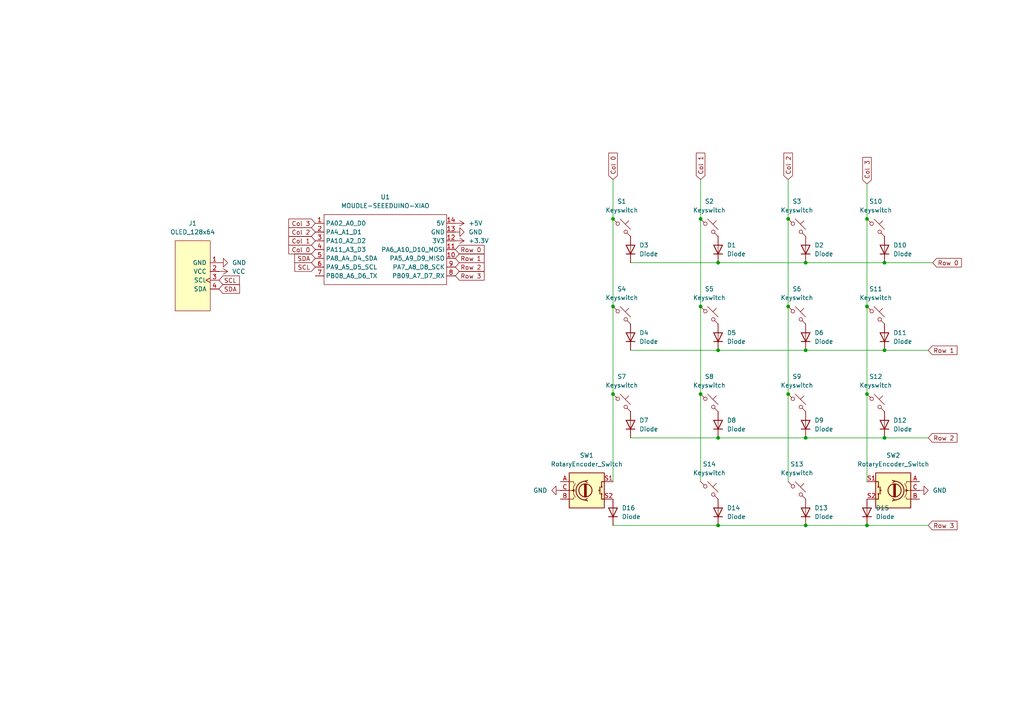
<source format=kicad_sch>
(kicad_sch (version 20231120) (generator "eeschema") (generator_version "8.0")
  (paper "A4")
  (lib_symbols
    (symbol "Device:RotaryEncoder_Switch" (pin_names (offset 0.254) hide)
      (property "Reference" "SW" (at 0 6.604 0))
      (property "Value" "RotaryEncoder_Switch" (at 0 -6.604 0))
      (symbol "RotaryEncoder_Switch_0_1"
        (rectangle (start -5.08 5.08) (end 5.08 -5.08) (stroke (width 0.254)) (fill (type background)))
        (circle (center -3.81 0) (radius 0.254) (fill (type outline)))
        (circle (center -0.381 0) (radius 1.905) (stroke (width 0.254)))
        (arc (start -0.381 2.667) (mid -3.0988 -0.0635) (end -0.381 -2.794) (stroke (width 0.254)))
        (polyline (pts (xy -0.635 -1.778) (xy -0.635 1.778)) (stroke (width 0.254)))
        (polyline (pts (xy -0.381 -1.778) (xy -0.381 1.778)) (stroke (width 0.254)))
        (polyline (pts (xy -0.127 1.778) (xy -0.127 -1.778)) (stroke (width 0.254)))
        (polyline (pts (xy 3.81 0) (xy 3.429 0)) (stroke (width 0.254)))
        (polyline (pts (xy 3.81 1.016) (xy 3.81 -1.016)) (stroke (width 0.254)))
        (polyline (pts (xy -5.08 -2.54) (xy -3.81 -2.54) (xy -3.81 -2.032)))
        (polyline (pts (xy -5.08 2.54) (xy -3.81 2.54) (xy -3.81 2.032)))
        (polyline (pts (xy 0.254 -3.048) (xy -0.508 -2.794) (xy 0.127 -2.413)) (stroke (width 0.254)))
        (polyline (pts (xy 0.254 2.921) (xy -0.508 2.667) (xy 0.127 2.286)) (stroke (width 0.254)))
        (polyline (pts (xy 5.08 -2.54) (xy 4.318 -2.54) (xy 4.318 -1.016)) (stroke (width 0.254)))
        (polyline (pts (xy 5.08 2.54) (xy 4.318 2.54) (xy 4.318 1.016)) (stroke (width 0.254)))
        (polyline (pts (xy -5.08 0) (xy -3.81 0) (xy -3.81 -1.016) (xy -3.302 -2.032)))
        (polyline (pts (xy -4.318 0) (xy -3.81 0) (xy -3.81 1.016) (xy -3.302 2.032)))
        (circle (center 4.318 -1.016) (radius 0.127) (stroke (width 0.254)))
        (circle (center 4.318 1.016) (radius 0.127) (stroke (width 0.254)))
      )
      (symbol "RotaryEncoder_Switch_1_1"
        (pin passive line (at -7.62 2.54 0) (length 2.54) (name "A") (number "A"))
        (pin passive line (at -7.62 -2.54 0) (length 2.54) (name "B") (number "B"))
        (pin passive line (at -7.62 0 0) (length 2.54) (name "C") (number "C"))
        (pin passive line (at 7.62 2.54 180) (length 2.54) (name "S1") (number "S1"))
        (pin passive line (at 7.62 -2.54 180) (length 2.54) (name "S2") (number "S2"))
      )
    )
    (symbol "MOUDLE-SEEEDUINO-XIAO:MOUDLE-SEEEDUINO-XIAO"
      (property "Reference" "U" (at -16.51 11.43 0))
      (property "Value" "MOUDLE-SEEEDUINO-XIAO" (at -3.81 -11.43 0))
      (symbol "MOUDLE-SEEEDUINO-XIAO_0_1"
        (rectangle (start -16.51 10.16) (end 19.05 -10.16))
      )
      (symbol "MOUDLE-SEEEDUINO-XIAO_1_1"
        (pin passive line (at -19.05 7.62 0) (length 2.54) (name "PA02_A0_D0") (number "1"))
        (pin passive line (at 21.59 -2.54 180) (length 2.54) (name "PA5_A9_D9_MISO") (number "10"))
        (pin passive line (at 21.59 0 180) (length 2.54) (name "PA6_A10_D10_MOSI") (number "11"))
        (pin passive line (at 21.59 2.54 180) (length 2.54) (name "3V3") (number "12"))
        (pin passive line (at 21.59 5.08 180) (length 2.54) (name "GND") (number "13"))
        (pin passive line (at 21.59 7.62 180) (length 2.54) (name "5V") (number "14"))
        (pin passive line (at -19.05 5.08 0) (length 2.54) (name "PA4_A1_D1") (number "2"))
        (pin passive line (at -19.05 2.54 0) (length 2.54) (name "PA10_A2_D2") (number "3"))
        (pin passive line (at -19.05 0 0) (length 2.54) (name "PA11_A3_D3") (number "4"))
        (pin passive line (at -19.05 -2.54 0) (length 2.54) (name "PA8_A4_D4_SDA") (number "5"))
        (pin passive line (at -19.05 -5.08 0) (length 2.54) (name "PA9_A5_D5_SCL") (number "6"))
        (pin passive line (at -19.05 -7.62 0) (length 2.54) (name "PB08_A6_D6_TX") (number "7"))
        (pin passive line (at 21.59 -7.62 180) (length 2.54) (name "PB09_A7_D7_RX") (number "8"))
        (pin passive line (at 21.59 -5.08 180) (length 2.54) (name "PA7_A8_D8_SCK") (number "9"))
      )
    )
    (symbol "ScottoKeebs:OLED_128x64" (pin_names (offset 1.016))
      (property "Reference" "J" (at 0 -11.43 0))
      (property "Value" "OLED_128x64" (at 0 -7.62 0))
      (symbol "OLED_128x64_0_1"
        (rectangle (start 10.16 -10.16) (end -10.16 0) (fill (type background)))
      )
      (symbol "OLED_128x64_1_1"
        (pin power_in line (at -3.81 2.54 270) (length 2.54) (name "GND") (number "1"))
        (pin power_in line (at -1.27 2.54 270) (length 2.54) (name "VCC") (number "2"))
        (pin input clock (at 1.27 2.54 270) (length 2.54) (name "SCL") (number "3"))
        (pin bidirectional line (at 3.81 2.54 270) (length 2.54) (name "SDA") (number "4"))
      )
    )
    (symbol "ScottoKeebs:Placeholder_Diode" (pin_numbers hide) (pin_names hide)
      (property "Reference" "D" (at 0 2.54 0))
      (property "Value" "Diode" (at 0 -2.54 0))
      (symbol "Placeholder_Diode_0_1"
        (polyline (pts (xy -1.27 1.27) (xy -1.27 -1.27)) (stroke (width 0.254)))
        (polyline (pts (xy 1.27 0) (xy -1.27 0)))
        (polyline (pts (xy 1.27 1.27) (xy 1.27 -1.27) (xy -1.27 0) (xy 1.27 1.27)) (stroke (width 0.254)))
      )
      (symbol "Placeholder_Diode_1_1"
        (pin passive line (at -3.81 0 0) (length 2.54) (name "K") (number "1"))
        (pin passive line (at 3.81 0 180) (length 2.54) (name "A") (number "2"))
      )
    )
    (symbol "ScottoKeebs:Placeholder_Keyswitch" (pin_numbers hide) (pin_names (offset 1.016) hide)
      (property "Reference" "S" (at 3.048 1.016 0))
      (property "Value" "Keyswitch" (at 0 -3.81 0))
      (symbol "Placeholder_Keyswitch_0_1"
        (circle (center -1.1684 1.1684) (radius 0.508))
        (polyline (pts (xy -0.508 2.54) (xy 2.54 -0.508)))
        (polyline (pts (xy 1.016 1.016) (xy 2.032 2.032)))
        (polyline (pts (xy -2.54 2.54) (xy -1.524 1.524) (xy -1.524 1.524)))
        (polyline (pts (xy 1.524 -1.524) (xy 2.54 -2.54) (xy 2.54 -2.54) (xy 2.54 -2.54)))
        (circle (center 1.143 -1.1938) (radius 0.508))
        (pin passive line (at -2.54 2.54 0) (length 0) (name "1") (number "1"))
        (pin passive line (at 2.54 -2.54 180) (length 0) (name "2") (number "2"))
      )
    )
    (symbol "power:+3.3V" (power) (pin_numbers hide) (pin_names (offset 0) hide)
      (property "Value" "+3.3V" (at 0 3.556 0))
      (symbol "+3.3V_0_1"
        (polyline (pts (xy -0.762 1.27) (xy 0 2.54)))
        (polyline (pts (xy 0 0) (xy 0 2.54)))
        (polyline (pts (xy 0 2.54) (xy 0.762 1.27)))
      )
      (symbol "+3.3V_1_1"
        (pin power_in line (at 0 0 90) (length 0) (name "~") (number "1"))
      )
    )
    (symbol "power:+5V" (power) (pin_numbers hide) (pin_names (offset 0) hide)
      (property "Value" "+5V" (at 0 3.556 0))
      (symbol "+5V_0_1"
        (polyline (pts (xy -0.762 1.27) (xy 0 2.54)))
        (polyline (pts (xy 0 0) (xy 0 2.54)))
        (polyline (pts (xy 0 2.54) (xy 0.762 1.27)))
      )
      (symbol "+5V_1_1"
        (pin power_in line (at 0 0 90) (length 0) (name "~") (number "1"))
      )
    )
    (symbol "power:GND" (power) (pin_numbers hide) (pin_names (offset 0) hide)
      (property "Value" "GND" (at 0 -3.81 0))
      (symbol "GND_0_1"
        (polyline (pts (xy 0 0) (xy 0 -1.27) (xy 1.27 -1.27) (xy 0 -2.54) (xy -1.27 -1.27) (xy 0 -1.27)))
      )
      (symbol "GND_1_1"
        (pin power_in line (at 0 0 270) (length 0) (name "~") (number "1"))
      )
    )
    (symbol "power:VCC" (power) (pin_numbers hide) (pin_names (offset 0) hide)
      (property "Value" "VCC" (at 0 3.556 0))
      (symbol "VCC_0_1"
        (polyline (pts (xy -0.762 1.27) (xy 0 2.54)))
        (polyline (pts (xy 0 0) (xy 0 2.54)))
        (polyline (pts (xy 0 2.54) (xy 0.762 1.27)))
      )
      (symbol "VCC_1_1"
        (pin power_in line (at 0 0 90) (length 0) (name "~") (number "1"))
      )
    )
  )
  (junction (at 233.68 127))
  (junction (at 228.6 63.5))
  (junction (at 256.54 76.2))
  (junction (at 251.46 63.5))
  (junction (at 228.6 88.9))
  (junction (at 208.28 152.4))
  (junction (at 251.46 88.9))
  (junction (at 177.8 63.5))
  (junction (at 203.2 114.3))
  (junction (at 233.68 101.6))
  (junction (at 256.54 127))
  (junction (at 177.8 114.3))
  (junction (at 228.6 114.3))
  (junction (at 203.2 63.5))
  (junction (at 208.28 76.2))
  (junction (at 208.28 101.6))
  (junction (at 208.28 127))
  (junction (at 177.8 88.9))
  (junction (at 233.68 152.4))
  (junction (at 251.46 152.4))
  (junction (at 233.68 76.2))
  (junction (at 203.2 88.9))
  (junction (at 256.54 101.6))
  (junction (at 251.46 114.3))
  (wire (pts (xy 251.46 53.34) (xy 251.46 63.5)))
  (wire (pts (xy 256.54 101.6) (xy 269.24 101.6)))
  (wire (pts (xy 208.28 101.6) (xy 233.68 101.6)))
  (wire (pts (xy 203.2 52.07) (xy 203.2 63.5)))
  (wire (pts (xy 233.68 101.6) (xy 256.54 101.6)))
  (wire (pts (xy 208.28 76.2) (xy 233.68 76.2)))
  (wire (pts (xy 182.88 76.2) (xy 208.28 76.2)))
  (wire (pts (xy 228.6 114.3) (xy 228.6 139.7)))
  (wire (pts (xy 228.6 63.5) (xy 228.6 88.9)))
  (wire (pts (xy 203.2 63.5) (xy 203.2 88.9)))
  (wire (pts (xy 228.6 88.9) (xy 228.6 114.3)))
  (wire (pts (xy 177.8 88.9) (xy 177.8 114.3)))
  (wire (pts (xy 233.68 127) (xy 256.54 127)))
  (wire (pts (xy 251.46 114.3) (xy 251.46 139.7)))
  (wire (pts (xy 251.46 88.9) (xy 251.46 114.3)))
  (wire (pts (xy 177.8 114.3) (xy 177.8 139.7)))
  (wire (pts (xy 251.46 63.5) (xy 251.46 88.9)))
  (wire (pts (xy 233.68 152.4) (xy 251.46 152.4)))
  (wire (pts (xy 177.8 152.4) (xy 208.28 152.4)))
  (wire (pts (xy 177.8 52.07) (xy 177.8 63.5)))
  (wire (pts (xy 203.2 114.3) (xy 203.2 139.7)))
  (wire (pts (xy 233.68 76.2) (xy 256.54 76.2)))
  (wire (pts (xy 256.54 76.2) (xy 270.51 76.2)))
  (wire (pts (xy 182.88 101.6) (xy 208.28 101.6)))
  (wire (pts (xy 251.46 152.4) (xy 269.24 152.4)))
  (wire (pts (xy 228.6 52.07) (xy 228.6 63.5)))
  (wire (pts (xy 182.88 127) (xy 208.28 127)))
  (wire (pts (xy 208.28 127) (xy 233.68 127)))
  (wire (pts (xy 203.2 88.9) (xy 203.2 114.3)))
  (wire (pts (xy 208.28 152.4) (xy 233.68 152.4)))
  (wire (pts (xy 256.54 127) (xy 269.24 127)))
  (wire (pts (xy 177.8 63.5) (xy 177.8 88.9)))
  (global_label "Row 2" (shape input) (at 269.24 127 0) (property "Intersheetrefs" "${INTERSHEET_REFS}" (effects (hide yes))))
  (global_label "Col 2" (shape input) (at 91.44 67.31 180) (property "Intersheetrefs" "${INTERSHEET_REFS}" (effects (hide yes))))
  (global_label "Row 0" (shape input) (at 132.08 72.39 0) (property "Intersheetrefs" "${INTERSHEET_REFS}" (effects (hide yes))))
  (global_label "Row 1" (shape input) (at 269.24 101.6 0) (property "Intersheetrefs" "${INTERSHEET_REFS}" (effects (hide yes))))
  (global_label "Col 0" (shape input) (at 177.8 52.07 90) (property "Intersheetrefs" "${INTERSHEET_REFS}" (effects (hide yes))))
  (global_label "Col 1" (shape input) (at 91.44 69.85 180) (property "Intersheetrefs" "${INTERSHEET_REFS}" (effects (hide yes))))
  (global_label "Col 0" (shape input) (at 91.44 72.39 180) (property "Intersheetrefs" "${INTERSHEET_REFS}" (effects (hide yes))))
  (global_label "Col 3" (shape input) (at 91.44 64.77 180) (property "Intersheetrefs" "${INTERSHEET_REFS}" (effects (hide yes))))
  (global_label "SDA" (shape input) (at 91.44 74.93 180) (property "Intersheetrefs" "${INTERSHEET_REFS}" (effects (hide yes))))
  (global_label "Row 0" (shape input) (at 270.51 76.2 0) (property "Intersheetrefs" "${INTERSHEET_REFS}" (effects (hide yes))))
  (global_label "Col 2" (shape input) (at 228.6 52.07 90) (property "Intersheetrefs" "${INTERSHEET_REFS}" (effects (hide yes))))
  (global_label "Col 3" (shape input) (at 251.46 53.34 90) (property "Intersheetrefs" "${INTERSHEET_REFS}" (effects (hide yes))))
  (global_label "SCL" (shape input) (at 63.5 81.28 0) (property "Intersheetrefs" "${INTERSHEET_REFS}" (effects (hide yes))))
  (global_label "SDA" (shape input) (at 63.5 83.82 0) (property "Intersheetrefs" "${INTERSHEET_REFS}" (effects (hide yes))))
  (global_label "SCL" (shape input) (at 91.44 77.47 180) (property "Intersheetrefs" "${INTERSHEET_REFS}" (effects (hide yes))))
  (global_label "Row 3" (shape input) (at 269.24 152.4 0) (property "Intersheetrefs" "${INTERSHEET_REFS}" (effects (hide yes))))
  (global_label "Row 1" (shape input) (at 132.08 74.93 0) (property "Intersheetrefs" "${INTERSHEET_REFS}" (effects (hide yes))))
  (global_label "Col 1" (shape input) (at 203.2 52.07 90) (property "Intersheetrefs" "${INTERSHEET_REFS}" (effects (hide yes))))
  (global_label "Row 3" (shape input) (at 132.08 80.01 0) (property "Intersheetrefs" "${INTERSHEET_REFS}" (effects (hide yes))))
  (global_label "Row 2" (shape input) (at 132.08 77.47 0) (property "Intersheetrefs" "${INTERSHEET_REFS}" (effects (hide yes))))
  (symbol (lib_id "ScottoKeebs:Placeholder_Keyswitch") (at 180.34 116.84 0) (unit 1)
    (property "Reference" "S7" (at 180.34 109.22 0))
    (property "Value" "Keyswitch" (at 180.34 111.76 0))
    (property "Description" "Push button switch, normally open, two pins, 45° tilted" (effects (hide yes)))
  )
  (symbol (lib_id "ScottoKeebs:Placeholder_Diode") (at 233.68 72.39 90) (unit 1)
    (property "Reference" "D2" (at 236.22 71.1199 90) (effects (justify right)))
    (property "Value" "Diode" (at 236.22 73.6599 90) (effects (justify right)))
    (property "Description" "1N4148 (DO-35) or 1N4148W (SOD-123)" (effects (hide yes)))
    (property "Sim.Device" "D" (effects (hide yes)))
    (property "Sim.Pins" "1=K 2=A" (effects (hide yes)))
  )
  (symbol (lib_id "ScottoKeebs:Placeholder_Keyswitch") (at 231.14 66.04 0) (unit 1)
    (property "Reference" "S3" (at 231.14 58.42 0))
    (property "Value" "Keyswitch" (at 231.14 60.96 0))
    (property "Description" "Push button switch, normally open, two pins, 45° tilted" (effects (hide yes)))
  )
  (symbol (lib_id "ScottoKeebs:Placeholder_Keyswitch") (at 254 116.84 0) (unit 1)
    (property "Reference" "S12" (at 254 109.22 0))
    (property "Value" "Keyswitch" (at 254 111.76 0))
    (property "Description" "Push button switch, normally open, two pins, 45° tilted" (effects (hide yes)))
  )
  (symbol (lib_id "ScottoKeebs:Placeholder_Diode") (at 208.28 148.59 90) (unit 1)
    (property "Reference" "D14" (at 210.82 147.3199 90) (effects (justify right)))
    (property "Value" "Diode" (at 210.82 149.8599 90) (effects (justify right)))
    (property "Description" "1N4148 (DO-35) or 1N4148W (SOD-123)" (effects (hide yes)))
    (property "Sim.Device" "D" (effects (hide yes)))
    (property "Sim.Pins" "1=K 2=A" (effects (hide yes)))
  )
  (symbol (lib_id "ScottoKeebs:Placeholder_Keyswitch") (at 205.74 116.84 0) (unit 1)
    (property "Reference" "S8" (at 205.74 109.22 0))
    (property "Value" "Keyswitch" (at 205.74 111.76 0))
    (property "Description" "Push button switch, normally open, two pins, 45° tilted" (effects (hide yes)))
  )
  (symbol (lib_id "power:GND") (at 132.08 67.31 90) (unit 1)
    (property "Reference" "#PWR01" (effects (hide yes)))
    (property "Value" "GND" (at 135.89 67.3099 90) (effects (justify right)))
    (property "Description" "Power symbol creates a global label with name \"GND\" , ground" (effects (hide yes)))
  )
  (symbol (lib_id "ScottoKeebs:Placeholder_Diode") (at 256.54 123.19 90) (unit 1)
    (property "Reference" "D12" (at 259.08 121.9199 90) (effects (justify right)))
    (property "Value" "Diode" (at 259.08 124.4599 90) (effects (justify right)))
    (property "Description" "1N4148 (DO-35) or 1N4148W (SOD-123)" (effects (hide yes)))
    (property "Sim.Device" "D" (effects (hide yes)))
    (property "Sim.Pins" "1=K 2=A" (effects (hide yes)))
  )
  (symbol (lib_id "ScottoKeebs:Placeholder_Diode") (at 208.28 72.39 90) (unit 1)
    (property "Reference" "D1" (at 210.82 71.1199 90) (effects (justify right)))
    (property "Value" "Diode" (at 210.82 73.6599 90) (effects (justify right)))
    (property "Description" "1N4148 (DO-35) or 1N4148W (SOD-123)" (effects (hide yes)))
    (property "Sim.Device" "D" (effects (hide yes)))
    (property "Sim.Pins" "1=K 2=A" (effects (hide yes)))
  )
  (symbol (lib_id "ScottoKeebs:Placeholder_Diode") (at 233.68 123.19 90) (unit 1)
    (property "Reference" "D9" (at 236.22 121.9199 90) (effects (justify right)))
    (property "Value" "Diode" (at 236.22 124.4599 90) (effects (justify right)))
    (property "Description" "1N4148 (DO-35) or 1N4148W (SOD-123)" (effects (hide yes)))
    (property "Sim.Device" "D" (effects (hide yes)))
    (property "Sim.Pins" "1=K 2=A" (effects (hide yes)))
  )
  (symbol (lib_id "ScottoKeebs:Placeholder_Keyswitch") (at 180.34 66.04 0) (unit 1)
    (property "Reference" "S1" (at 180.34 58.42 0))
    (property "Value" "Keyswitch" (at 180.34 60.96 0))
    (property "Description" "Push button switch, normally open, two pins, 45° tilted" (effects (hide yes)))
  )
  (symbol (lib_id "ScottoKeebs:Placeholder_Diode") (at 177.8 148.59 90) (unit 1)
    (property "Reference" "D16" (at 180.34 147.3199 90) (effects (justify right)))
    (property "Value" "Diode" (at 180.34 149.8599 90) (effects (justify right)))
    (property "Description" "1N4148 (DO-35) or 1N4148W (SOD-123)" (effects (hide yes)))
    (property "Sim.Device" "D" (effects (hide yes)))
    (property "Sim.Pins" "1=K 2=A" (effects (hide yes)))
  )
  (symbol (lib_id "ScottoKeebs:Placeholder_Diode") (at 233.68 97.79 90) (unit 1)
    (property "Reference" "D6" (at 236.22 96.5199 90) (effects (justify right)))
    (property "Value" "Diode" (at 236.22 99.0599 90) (effects (justify right)))
    (property "Description" "1N4148 (DO-35) or 1N4148W (SOD-123)" (effects (hide yes)))
    (property "Sim.Device" "D" (effects (hide yes)))
    (property "Sim.Pins" "1=K 2=A" (effects (hide yes)))
  )
  (symbol (lib_id "ScottoKeebs:Placeholder_Keyswitch") (at 205.74 91.44 0) (unit 1)
    (property "Reference" "S5" (at 205.74 83.82 0))
    (property "Value" "Keyswitch" (at 205.74 86.36 0))
    (property "Description" "Push button switch, normally open, two pins, 45° tilted" (effects (hide yes)))
  )
  (symbol (lib_id "ScottoKeebs:Placeholder_Diode") (at 208.28 97.79 90) (unit 1)
    (property "Reference" "D5" (at 210.82 96.5199 90) (effects (justify right)))
    (property "Value" "Diode" (at 210.82 99.0599 90) (effects (justify right)))
    (property "Description" "1N4148 (DO-35) or 1N4148W (SOD-123)" (effects (hide yes)))
    (property "Sim.Device" "D" (effects (hide yes)))
    (property "Sim.Pins" "1=K 2=A" (effects (hide yes)))
  )
  (symbol (lib_id "ScottoKeebs:Placeholder_Diode") (at 208.28 123.19 90) (unit 1)
    (property "Reference" "D8" (at 210.82 121.9199 90) (effects (justify right)))
    (property "Value" "Diode" (at 210.82 124.4599 90) (effects (justify right)))
    (property "Description" "1N4148 (DO-35) or 1N4148W (SOD-123)" (effects (hide yes)))
    (property "Sim.Device" "D" (effects (hide yes)))
    (property "Sim.Pins" "1=K 2=A" (effects (hide yes)))
  )
  (symbol (lib_id "ScottoKeebs:Placeholder_Diode") (at 233.68 148.59 90) (unit 1)
    (property "Reference" "D13" (at 236.22 147.3199 90) (effects (justify right)))
    (property "Value" "Diode" (at 236.22 149.8599 90) (effects (justify right)))
    (property "Description" "1N4148 (DO-35) or 1N4148W (SOD-123)" (effects (hide yes)))
    (property "Sim.Device" "D" (effects (hide yes)))
    (property "Sim.Pins" "1=K 2=A" (effects (hide yes)))
  )
  (symbol (lib_id "ScottoKeebs:Placeholder_Diode") (at 256.54 72.39 90) (unit 1)
    (property "Reference" "D10" (at 259.08 71.1199 90) (effects (justify right)))
    (property "Value" "Diode" (at 259.08 73.6599 90) (effects (justify right)))
    (property "Description" "1N4148 (DO-35) or 1N4148W (SOD-123)" (effects (hide yes)))
    (property "Sim.Device" "D" (effects (hide yes)))
    (property "Sim.Pins" "1=K 2=A" (effects (hide yes)))
  )
  (symbol (lib_id "MOUDLE-SEEEDUINO-XIAO:MOUDLE-SEEEDUINO-XIAO") (at 110.49 72.39 0) (unit 1)
    (property "Reference" "U1" (at 111.76 57.15 0))
    (property "Value" "MOUDLE-SEEEDUINO-XIAO" (at 111.76 59.69 0))
  )
  (symbol (lib_id "ScottoKeebs:Placeholder_Keyswitch") (at 205.74 66.04 0) (unit 1)
    (property "Reference" "S2" (at 205.74 58.42 0))
    (property "Value" "Keyswitch" (at 205.74 60.96 0))
    (property "Description" "Push button switch, normally open, two pins, 45° tilted" (effects (hide yes)))
  )
  (symbol (lib_id "ScottoKeebs:Placeholder_Keyswitch") (at 231.14 142.24 0) (unit 1)
    (property "Reference" "S13" (at 231.14 134.62 0))
    (property "Value" "Keyswitch" (at 231.14 137.16 0))
    (property "Description" "Push button switch, normally open, two pins, 45° tilted" (effects (hide yes)))
  )
  (symbol (lib_id "ScottoKeebs:Placeholder_Diode") (at 182.88 97.79 90) (unit 1)
    (property "Reference" "D4" (at 185.42 96.5199 90) (effects (justify right)))
    (property "Value" "Diode" (at 185.42 99.0599 90) (effects (justify right)))
    (property "Description" "1N4148 (DO-35) or 1N4148W (SOD-123)" (effects (hide yes)))
    (property "Sim.Device" "D" (effects (hide yes)))
    (property "Sim.Pins" "1=K 2=A" (effects (hide yes)))
  )
  (symbol (lib_id "ScottoKeebs:Placeholder_Diode") (at 256.54 97.79 90) (unit 1)
    (property "Reference" "D11" (at 259.08 96.5199 90) (effects (justify right)))
    (property "Value" "Diode" (at 259.08 99.0599 90) (effects (justify right)))
    (property "Description" "1N4148 (DO-35) or 1N4148W (SOD-123)" (effects (hide yes)))
    (property "Sim.Device" "D" (effects (hide yes)))
    (property "Sim.Pins" "1=K 2=A" (effects (hide yes)))
  )
  (symbol (lib_id "power:GND") (at 63.5 76.2 90) (unit 1)
    (property "Reference" "#PWR04" (effects (hide yes)))
    (property "Value" "GND" (at 67.31 76.1999 90) (effects (justify right)))
    (property "Description" "Power symbol creates a global label with name \"GND\" , ground" (effects (hide yes)))
  )
  (symbol (lib_id "power:+5V") (at 132.08 64.77 270) (unit 1)
    (property "Reference" "#PWR02" (effects (hide yes)))
    (property "Value" "+5V" (at 135.89 64.7699 90) (effects (justify left)))
    (property "Description" "Power symbol creates a global label with name \"+5V\"" (effects (hide yes)))
  )
  (symbol (lib_id "ScottoKeebs:Placeholder_Keyswitch") (at 254 66.04 0) (unit 1)
    (property "Reference" "S10" (at 254 58.42 0))
    (property "Value" "Keyswitch" (at 254 60.96 0))
    (property "Description" "Push button switch, normally open, two pins, 45° tilted" (effects (hide yes)))
  )
  (symbol (lib_id "power:VCC") (at 63.5 78.74 270) (unit 1)
    (property "Reference" "#PWR05" (effects (hide yes)))
    (property "Value" "VCC" (at 67.31 78.7399 90) (effects (justify left)))
    (property "Description" "Power symbol creates a global label with name \"VCC\"" (effects (hide yes)))
  )
  (symbol (lib_id "ScottoKeebs:Placeholder_Keyswitch") (at 180.34 91.44 0) (unit 1)
    (property "Reference" "S4" (at 180.34 83.82 0))
    (property "Value" "Keyswitch" (at 180.34 86.36 0))
    (property "Description" "Push button switch, normally open, two pins, 45° tilted" (effects (hide yes)))
  )
  (symbol (lib_id "Device:RotaryEncoder_Switch") (at 170.18 142.24 0) (unit 1)
    (property "Reference" "SW1" (at 170.18 132.08 0))
    (property "Value" "RotaryEncoder_Switch" (at 170.18 134.62 0))
    (property "Description" "Rotary encoder, dual channel, incremental quadrate outputs, with switch" (effects (hide yes)))
  )
  (symbol (lib_id "ScottoKeebs:Placeholder_Diode") (at 182.88 123.19 90) (unit 1)
    (property "Reference" "D7" (at 185.42 121.9199 90) (effects (justify right)))
    (property "Value" "Diode" (at 185.42 124.4599 90) (effects (justify right)))
    (property "Description" "1N4148 (DO-35) or 1N4148W (SOD-123)" (effects (hide yes)))
    (property "Sim.Device" "D" (effects (hide yes)))
    (property "Sim.Pins" "1=K 2=A" (effects (hide yes)))
  )
  (symbol (lib_id "ScottoKeebs:Placeholder_Keyswitch") (at 254 91.44 0) (unit 1)
    (property "Reference" "S11" (at 254 83.82 0))
    (property "Value" "Keyswitch" (at 254 86.36 0))
    (property "Description" "Push button switch, normally open, two pins, 45° tilted" (effects (hide yes)))
  )
  (symbol (lib_id "power:GND") (at 162.56 142.24 270) (unit 1)
    (property "Reference" "#PWR06" (effects (hide yes)))
    (property "Value" "GND" (at 158.75 142.2399 90) (effects (justify right)))
    (property "Description" "Power symbol creates a global label with name \"GND\" , ground" (effects (hide yes)))
  )
  (symbol (lib_id "ScottoKeebs:Placeholder_Diode") (at 251.46 148.59 90) (unit 1)
    (property "Reference" "D15" (at 254 147.3199 90) (effects (justify right)))
    (property "Value" "Diode" (at 254 149.8599 90) (effects (justify right)))
    (property "Description" "1N4148 (DO-35) or 1N4148W (SOD-123)" (effects (hide yes)))
    (property "Sim.Device" "D" (effects (hide yes)))
    (property "Sim.Pins" "1=K 2=A" (effects (hide yes)))
  )
  (symbol (lib_id "power:+3.3V") (at 132.08 69.85 270) (unit 1)
    (property "Reference" "#PWR03" (effects (hide yes)))
    (property "Value" "+3.3V" (at 135.89 69.8499 90) (effects (justify left)))
    (property "Description" "Power symbol creates a global label with name \"+3.3V\"" (effects (hide yes)))
  )
  (symbol (lib_id "Device:RotaryEncoder_Switch") (at 259.08 142.24 0) (mirror y) (unit 1)
    (property "Reference" "SW2" (at 259.08 132.08 0))
    (property "Value" "RotaryEncoder_Switch" (at 259.08 134.62 0))
    (property "Description" "Rotary encoder, dual channel, incremental quadrate outputs, with switch" (effects (hide yes)))
  )
  (symbol (lib_id "ScottoKeebs:Placeholder_Keyswitch") (at 231.14 91.44 0) (unit 1)
    (property "Reference" "S6" (at 231.14 83.82 0))
    (property "Value" "Keyswitch" (at 231.14 86.36 0))
    (property "Description" "Push button switch, normally open, two pins, 45° tilted" (effects (hide yes)))
  )
  (symbol (lib_id "ScottoKeebs:OLED_128x64") (at 60.96 80.01 270) (unit 1)
    (property "Reference" "J1" (at 55.88 64.77 90))
    (property "Value" "OLED_128x64" (at 55.88 67.31 90))
    (property "Footprint" "ScottoKeebs_Components:OLED_128x64" (effects (hide yes)))
  )
  (symbol (lib_id "ScottoKeebs:Placeholder_Diode") (at 182.88 72.39 90) (unit 1)
    (property "Reference" "D3" (at 185.42 71.1199 90) (effects (justify right)))
    (property "Value" "Diode" (at 185.42 73.6599 90) (effects (justify right)))
    (property "Description" "1N4148 (DO-35) or 1N4148W (SOD-123)" (effects (hide yes)))
    (property "Sim.Device" "D" (effects (hide yes)))
    (property "Sim.Pins" "1=K 2=A" (effects (hide yes)))
  )
  (symbol (lib_id "ScottoKeebs:Placeholder_Keyswitch") (at 231.14 116.84 0) (unit 1)
    (property "Reference" "S9" (at 231.14 109.22 0))
    (property "Value" "Keyswitch" (at 231.14 111.76 0))
    (property "Description" "Push button switch, normally open, two pins, 45° tilted" (effects (hide yes)))
  )
  (symbol (lib_id "ScottoKeebs:Placeholder_Keyswitch") (at 205.74 142.24 0) (unit 1)
    (property "Reference" "S14" (at 205.74 134.62 0))
    (property "Value" "Keyswitch" (at 205.74 137.16 0))
    (property "Description" "Push button switch, normally open, two pins, 45° tilted" (effects (hide yes)))
  )
  (symbol (lib_id "power:GND") (at 266.7 142.24 90) (unit 1)
    (property "Reference" "#PWR07" (effects (hide yes)))
    (property "Value" "GND" (at 270.51 142.2399 90) (effects (justify right)))
    (property "Description" "Power symbol creates a global label with name \"GND\" , ground" (effects (hide yes)))
  )
)
</source>
